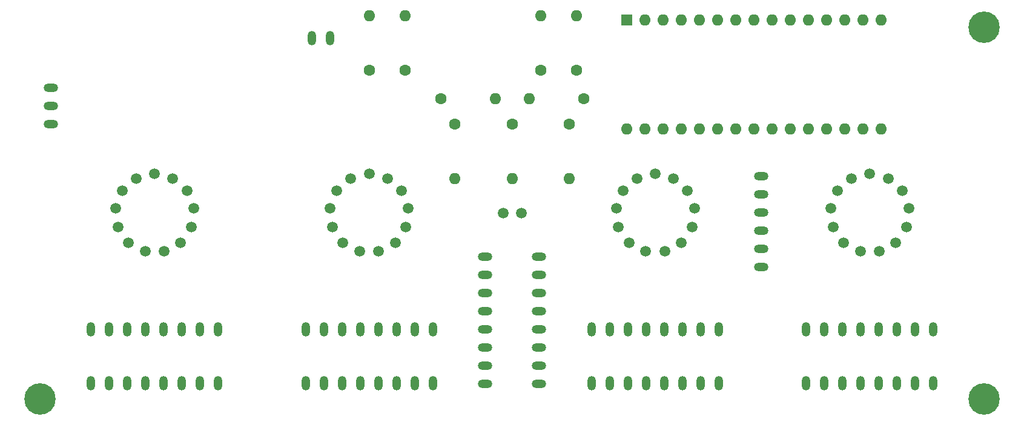
<source format=gbs>
G04 #@! TF.GenerationSoftware,KiCad,Pcbnew,(5.1.12)-1*
G04 #@! TF.CreationDate,2021-12-30T16:40:14-05:00*
G04 #@! TF.ProjectId,Nixie_Clock,4e697869-655f-4436-9c6f-636b2e6b6963,1.0*
G04 #@! TF.SameCoordinates,Original*
G04 #@! TF.FileFunction,Soldermask,Bot*
G04 #@! TF.FilePolarity,Negative*
%FSLAX46Y46*%
G04 Gerber Fmt 4.6, Leading zero omitted, Abs format (unit mm)*
G04 Created by KiCad (PCBNEW (5.1.12)-1) date 2021-12-30 16:40:14*
%MOMM*%
%LPD*%
G01*
G04 APERTURE LIST*
%ADD10C,4.400000*%
%ADD11O,1.200000X2.000000*%
%ADD12C,1.500000*%
%ADD13R,1.600000X1.600000*%
%ADD14O,1.600000X1.600000*%
%ADD15O,2.000000X1.200000*%
%ADD16C,1.600000*%
G04 APERTURE END LIST*
D10*
X63692400Y-129276400D03*
X195692400Y-129276400D03*
X195692400Y-77276400D03*
D11*
X158582400Y-119516400D03*
X158582400Y-127036400D03*
X156042400Y-119516400D03*
X156042400Y-127036400D03*
X153502400Y-119516400D03*
X153502400Y-127036400D03*
X150962400Y-119516400D03*
X150962400Y-127036400D03*
X148422400Y-119516400D03*
X148422400Y-127036400D03*
X145882400Y-119516400D03*
X145882400Y-127036400D03*
X143342400Y-119516400D03*
X143342400Y-127036400D03*
X140802400Y-119516400D03*
X140802400Y-127036400D03*
D12*
X179692400Y-97776400D03*
X182248377Y-98406392D03*
X184218811Y-100152044D03*
X185152299Y-102613448D03*
X184834989Y-105226727D03*
X183339575Y-107393209D03*
X181008636Y-108616580D03*
X178376164Y-108616580D03*
X176045225Y-107393209D03*
X174549811Y-105226727D03*
X174232501Y-102613448D03*
X175166287Y-100152044D03*
X177136423Y-98406392D03*
D11*
X188582400Y-119516400D03*
X188582400Y-127036400D03*
X186042400Y-119516400D03*
X186042400Y-127036400D03*
X183502400Y-119516400D03*
X183502400Y-127036400D03*
X180962400Y-119516400D03*
X180962400Y-127036400D03*
X178422400Y-119516400D03*
X178422400Y-127036400D03*
X175882400Y-119516400D03*
X175882400Y-127036400D03*
X173342400Y-119516400D03*
X173342400Y-127036400D03*
X170802400Y-119516400D03*
X170802400Y-127036400D03*
D13*
X145692400Y-76276400D03*
D14*
X178712400Y-91516400D03*
X148232400Y-76276400D03*
X176172400Y-91516400D03*
X150772400Y-76276400D03*
X173632400Y-91516400D03*
X153312400Y-76276400D03*
X171092400Y-91516400D03*
X155852400Y-76276400D03*
X168552400Y-91516400D03*
X158392400Y-76276400D03*
X166012400Y-91516400D03*
X160932400Y-76276400D03*
X163472400Y-91516400D03*
X163472400Y-76276400D03*
X160932400Y-91516400D03*
X166012400Y-76276400D03*
X158392400Y-91516400D03*
X168552400Y-76276400D03*
X155852400Y-91516400D03*
X171092400Y-76276400D03*
X153312400Y-91516400D03*
X173632400Y-76276400D03*
X150772400Y-91516400D03*
X176172400Y-76276400D03*
X148232400Y-91516400D03*
X178712400Y-76276400D03*
X145692400Y-91516400D03*
X181252400Y-76276400D03*
X181252400Y-91516400D03*
D15*
X65192400Y-90816400D03*
X65192400Y-88276400D03*
X65192400Y-85736400D03*
D11*
X101652400Y-78776400D03*
X104192400Y-78776400D03*
D12*
X77136423Y-98406392D03*
X75166287Y-100152044D03*
X74232501Y-102613448D03*
X74549811Y-105226727D03*
X76045225Y-107393209D03*
X78376164Y-108616580D03*
X81008636Y-108616580D03*
X83339575Y-107393209D03*
X84834989Y-105226727D03*
X85152299Y-102613448D03*
X84218811Y-100152044D03*
X82248377Y-98406392D03*
X79692400Y-97776400D03*
D16*
X109692400Y-83276400D03*
D14*
X109692400Y-75656400D03*
X114692400Y-75656400D03*
D16*
X114692400Y-83276400D03*
X121692400Y-90776400D03*
D14*
X121692400Y-98396400D03*
D16*
X129692400Y-90776400D03*
D14*
X129692400Y-98396400D03*
X137692400Y-98396400D03*
D16*
X137692400Y-90776400D03*
D14*
X132072400Y-87276400D03*
D16*
X139692400Y-87276400D03*
X119692400Y-87276400D03*
D14*
X127312400Y-87276400D03*
D16*
X133692400Y-83276400D03*
D14*
X133692400Y-75656400D03*
X138692400Y-75656400D03*
D16*
X138692400Y-83276400D03*
D11*
X88582400Y-119516400D03*
X88582400Y-127036400D03*
X86042400Y-119516400D03*
X86042400Y-127036400D03*
X83502400Y-119516400D03*
X83502400Y-127036400D03*
X80962400Y-119516400D03*
X80962400Y-127036400D03*
X78422400Y-119516400D03*
X78422400Y-127036400D03*
X75882400Y-119516400D03*
X75882400Y-127036400D03*
X73342400Y-119516400D03*
X73342400Y-127036400D03*
X70802400Y-119516400D03*
X70802400Y-127036400D03*
X100802400Y-127036400D03*
X100802400Y-119516400D03*
X103342400Y-127036400D03*
X103342400Y-119516400D03*
X105882400Y-127036400D03*
X105882400Y-119516400D03*
X108422400Y-127036400D03*
X108422400Y-119516400D03*
X110962400Y-127036400D03*
X110962400Y-119516400D03*
X113502400Y-127036400D03*
X113502400Y-119516400D03*
X116042400Y-127036400D03*
X116042400Y-119516400D03*
X118582400Y-127036400D03*
X118582400Y-119516400D03*
D12*
X109692400Y-97776400D03*
X112248377Y-98406392D03*
X114218811Y-100152044D03*
X115152299Y-102613448D03*
X114834989Y-105226727D03*
X113339575Y-107393209D03*
X111008636Y-108616580D03*
X108376164Y-108616580D03*
X106045225Y-107393209D03*
X104549811Y-105226727D03*
X104232501Y-102613448D03*
X105166287Y-100152044D03*
X107136423Y-98406392D03*
D15*
X133452400Y-127166400D03*
X125932400Y-127166400D03*
X133452400Y-124626400D03*
X125932400Y-124626400D03*
X133452400Y-122086400D03*
X125932400Y-122086400D03*
X133452400Y-119546400D03*
X125932400Y-119546400D03*
X133452400Y-117006400D03*
X125932400Y-117006400D03*
X133452400Y-114466400D03*
X125932400Y-114466400D03*
X133452400Y-111926400D03*
X125932400Y-111926400D03*
X133452400Y-109386400D03*
X125932400Y-109386400D03*
D12*
X128422400Y-103276400D03*
X130962400Y-103276400D03*
X147136423Y-98406392D03*
X145166287Y-100152044D03*
X144232501Y-102613448D03*
X144549811Y-105226727D03*
X146045225Y-107393209D03*
X148376164Y-108616580D03*
X151008636Y-108616580D03*
X153339575Y-107393209D03*
X154834989Y-105226727D03*
X155152299Y-102613448D03*
X154218811Y-100152044D03*
X152248377Y-98406392D03*
X149692400Y-97776400D03*
D15*
X164541200Y-98069400D03*
X164541200Y-100609400D03*
X164541200Y-103149400D03*
X164541200Y-105689400D03*
X164541200Y-108229400D03*
X164541200Y-110769400D03*
M02*

</source>
